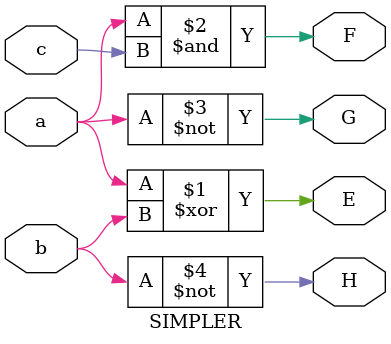
<source format=v>
module SIMPLER (a, b, c, E, F, G, H);
        input a, b, c;
        output E, F, G, H;
    assign E = a ^ b;
    assign F = a & c;
    assign G = ~ a;
    assign H = ~ b;
endmodule
// end of Verilog code

</source>
